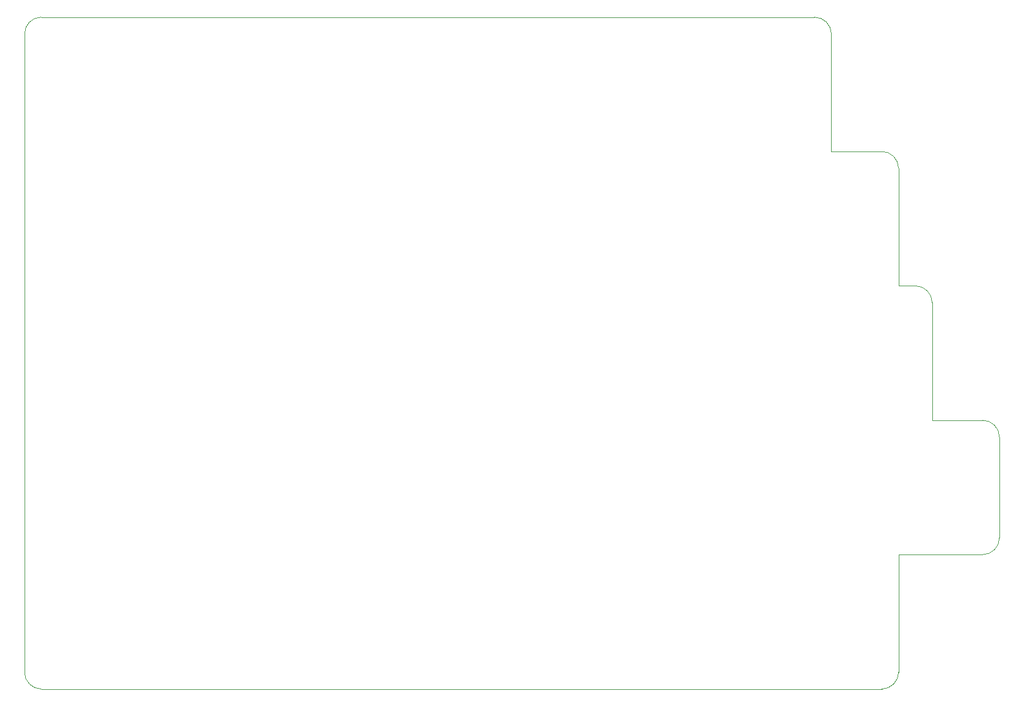
<source format=gm1>
G04 #@! TF.GenerationSoftware,KiCad,Pcbnew,5.1.2-f72e74a~84~ubuntu18.04.1*
G04 #@! TF.CreationDate,2019-06-15T16:10:17+09:00*
G04 #@! TF.ProjectId,left-PCB,6c656674-2d50-4434-922e-6b696361645f,rev?*
G04 #@! TF.SameCoordinates,Original*
G04 #@! TF.FileFunction,Profile,NP*
%FSLAX46Y46*%
G04 Gerber Fmt 4.6, Leading zero omitted, Abs format (unit mm)*
G04 Created by KiCad (PCBNEW 5.1.2-f72e74a~84~ubuntu18.04.1) date 2019-06-15 16:10:17*
%MOMM*%
%LPD*%
G04 APERTURE LIST*
%ADD10C,0.050000*%
G04 APERTURE END LIST*
D10*
X201875000Y-76000000D02*
G75*
G02X204250000Y-78375000I0J-2375000D01*
G01*
X206625000Y-95000000D02*
G75*
G02X209000000Y-97375000I0J-2375000D01*
G01*
X216125000Y-114000000D02*
G75*
G02X218500000Y-116375000I0J-2375000D01*
G01*
X218500000Y-130625000D02*
G75*
G02X216125000Y-133000000I-2375000J0D01*
G01*
X204250000Y-149625000D02*
G75*
G02X201875000Y-152000000I-2375000J0D01*
G01*
X83125000Y-152000000D02*
G75*
G02X80750000Y-149625000I0J2375000D01*
G01*
X80750000Y-59375000D02*
G75*
G02X83125000Y-57000000I2375000J0D01*
G01*
X192375000Y-57000000D02*
G75*
G02X194750000Y-59375000I0J-2375000D01*
G01*
X80750000Y-59375000D02*
X80750000Y-149625000D01*
X192375000Y-57000000D02*
X83125000Y-57000000D01*
X194750000Y-76000000D02*
X194750000Y-59375000D01*
X201875000Y-76000000D02*
X194750000Y-76000000D01*
X204250000Y-95000000D02*
X204250000Y-78375000D01*
X206625000Y-95000000D02*
X204250000Y-95000000D01*
X209000000Y-114000000D02*
X209000000Y-97375000D01*
X216125000Y-114000000D02*
X209000000Y-114000000D01*
X218500000Y-130625000D02*
X218500000Y-116375000D01*
X204250000Y-133000000D02*
X216125000Y-133000000D01*
X204250000Y-149625000D02*
X204250000Y-133000000D01*
X83125000Y-152000000D02*
X201875000Y-152000000D01*
M02*

</source>
